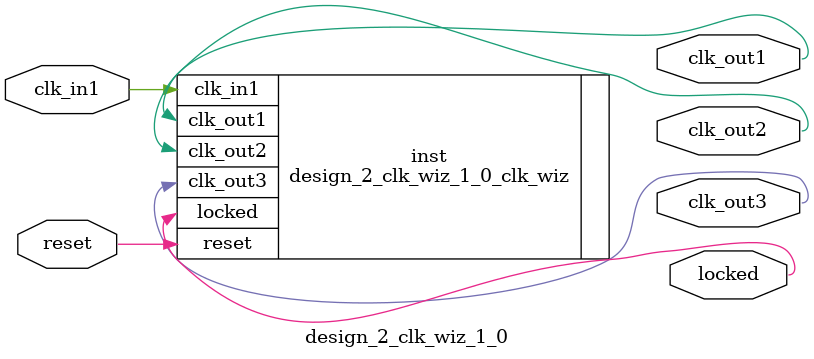
<source format=v>


`timescale 1ps/1ps

(* CORE_GENERATION_INFO = "design_2_clk_wiz_1_0,clk_wiz_v6_0_3_0_0,{component_name=design_2_clk_wiz_1_0,use_phase_alignment=true,use_min_o_jitter=false,use_max_i_jitter=false,use_dyn_phase_shift=false,use_inclk_switchover=false,use_dyn_reconfig=false,enable_axi=0,feedback_source=FDBK_AUTO,PRIMITIVE=MMCM,num_out_clk=3,clkin1_period=10.000,clkin2_period=10.000,use_power_down=false,use_reset=true,use_locked=true,use_inclk_stopped=false,feedback_type=SINGLE,CLOCK_MGR_TYPE=NA,manual_override=false}" *)

module design_2_clk_wiz_1_0 
 (
  // Clock out ports
  output        clk_out1,
  output        clk_out2,
  output        clk_out3,
  // Status and control signals
  input         reset,
  output        locked,
 // Clock in ports
  input         clk_in1
 );

  design_2_clk_wiz_1_0_clk_wiz inst
  (
  // Clock out ports  
  .clk_out1(clk_out1),
  .clk_out2(clk_out2),
  .clk_out3(clk_out3),
  // Status and control signals               
  .reset(reset), 
  .locked(locked),
 // Clock in ports
  .clk_in1(clk_in1)
  );

endmodule

</source>
